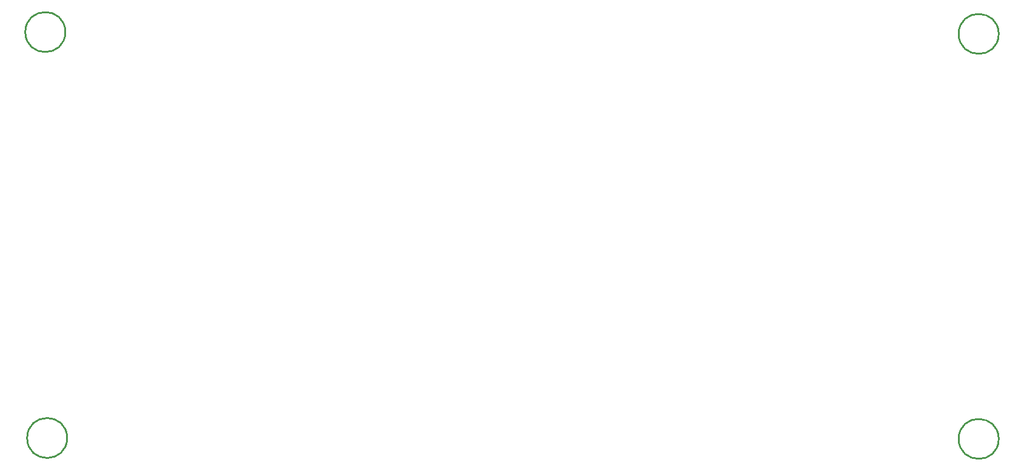
<source format=gko>
G04*
G04 #@! TF.GenerationSoftware,Altium Limited,Altium Designer,19.1.5 (86)*
G04*
G04 Layer_Color=16711935*
%FSLAX24Y24*%
%MOIN*%
G70*
G01*
G75*
%ADD10C,0.0100*%
D10*
X2200Y23600D02*
G03*
X2200Y23600I-1100J0D01*
G01*
X2300Y1250D02*
G03*
X2300Y1250I-1100J0D01*
G01*
X53550Y1200D02*
G03*
X53550Y1200I-1100J0D01*
G01*
Y23500D02*
G03*
X53550Y23500I-1100J0D01*
G01*
M02*

</source>
